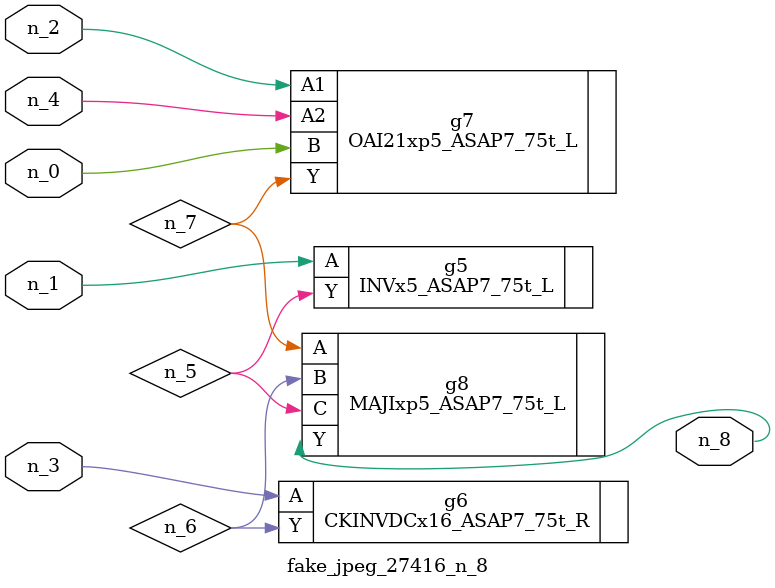
<source format=v>
module fake_jpeg_27416_n_8 (n_3, n_2, n_1, n_0, n_4, n_8);

input n_3;
input n_2;
input n_1;
input n_0;
input n_4;

output n_8;

wire n_6;
wire n_5;
wire n_7;

INVx5_ASAP7_75t_L g5 ( 
.A(n_1),
.Y(n_5)
);

CKINVDCx16_ASAP7_75t_R g6 ( 
.A(n_3),
.Y(n_6)
);

OAI21xp5_ASAP7_75t_L g7 ( 
.A1(n_2),
.A2(n_4),
.B(n_0),
.Y(n_7)
);

MAJIxp5_ASAP7_75t_L g8 ( 
.A(n_7),
.B(n_6),
.C(n_5),
.Y(n_8)
);


endmodule
</source>
